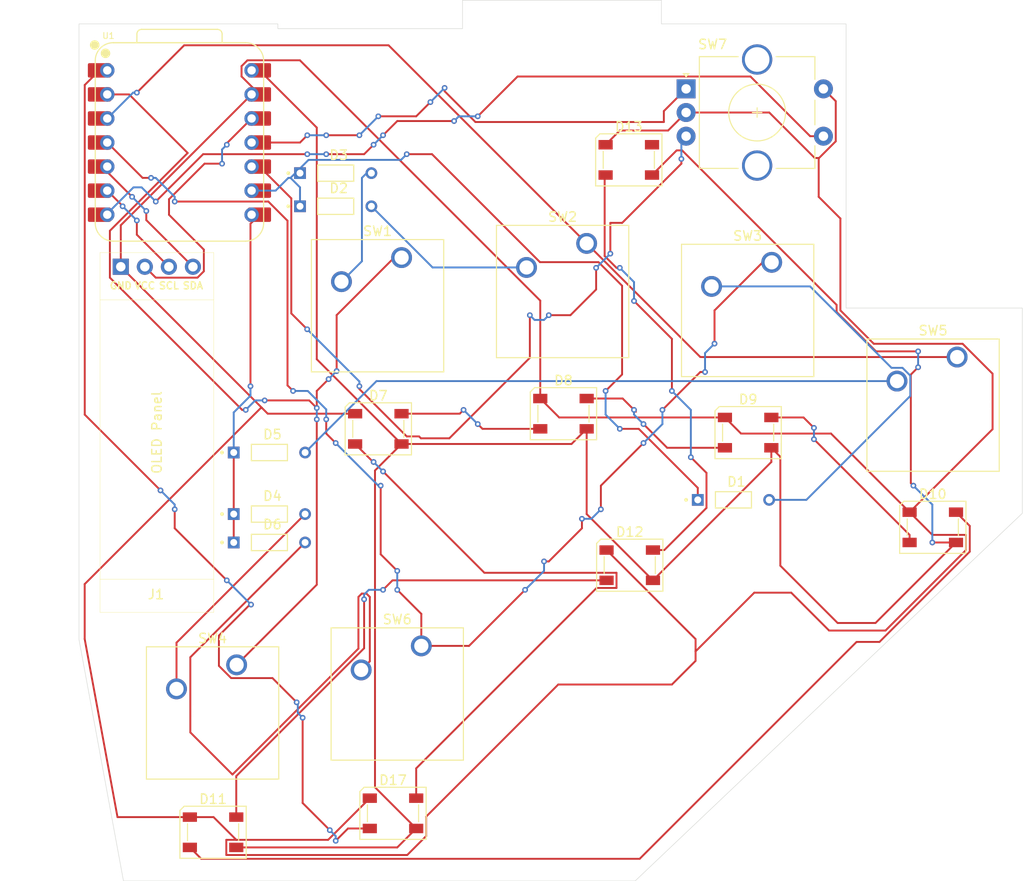
<source format=kicad_pcb>
(kicad_pcb (version 20241229) (generator "pcbnew") (generator_version "9.0")
  (layers (0 "F.Cu" signal) (2 "B.Cu" signal) (13 "F.Paste" user) (15 "B.Paste" user) (5 "F.SilkS" user "F.Silkscreen") (7 "B.SilkS" user "B.Silkscreen") (1 "F.Mask" user) (3 "B.Mask" user) (25 "Edge.Cuts" user))
  (net 0 "")
  (net 1 "Net-(D17-DOUT)")
  (net 2 "+5V")
  (net 3 "Net-(D7-DOUT)")
  (net 4 "GND")
  (net 5 "Net-(D8-DOUT)")
  (net 6 "Net-(D10-DIN)")
  (net 7 "Net-(D10-DOUT)")
  (net 8 "Net-(D17-DIN)")
  (net 9 "Net-(U1-GPIO27{slash}ADC1{slash}A1)")
  (net 10 "Net-(U1-GPIO28{slash}ADC2{slash}A2)")
  (net 11 "Net-(U1-GPIO29{slash}ADC3{slash}A3)")
  (net 12 "Net-(U1-GPIO3{slash}MOSI)")
  (net 13 "Net-(U1-GPIO4{slash}MISO)")
  (net 14 "Net-(U1-GPIO0{slash}TX)")
  (net 15 "+3.3V")
  (net 16 "Net-(J1-Pin_3)")
  (net 17 "Net-(J1-Pin_4)")
  (net 18 "Net-(D1-PadA)")
  (net 19 "Net-(U1-GPIO2{slash}SCK)")
  (net 20 "Net-(D2-PadA)")
  (net 21 "Net-(D3-PadA)")
  (net 22 "Net-(D4-PadA)")
  (net 23 "Net-(U1-GPIO1{slash}RX)")
  (net 24 "Net-(D5-PadA)")
  (net 25 "Net-(D6-PadA)")
  (net 26 "Net-(D11-DOUT)")
  (net 27 "Net-(D12-DOUT)")
  (footprint "OPL:XIAO-RP2040-DIP" (layer "F.Cu") (at 137.5 60.2685)
    (property "Reference" "U1")
    (property "Value" "XIAO-RP2040-DIP")
  )
  (footprint "Button_Switch_Keyboard:SW_Cherry_MX_1.00u_PCB" (layer "F.Cu") (at 200.04 72.92)
    (property "Reference" "SW3")
    (property "Value" "SW_Push")
  )
  (footprint "1N4148:DIOAD753W49L380D172B" (layer "F.Cu") (at 154 67)
    (property "Reference" "D2")
    (property "Value" "1N4148")
  )
  (footprint "LED_SMD:LED_SK6812_PLCC4_5.0x5.0mm_P3.2mm" (layer "F.Cu") (at 141.05 133.1)
    (property "Reference" "D11")
    (property "Value" "SK6812")
  )
  (footprint "1N4148:DIOAD753W49L380D172B" (layer "F.Cu") (at 154 63.5)
    (property "Reference" "D3")
    (property "Value" "1N4148")
  )
  (footprint "LED_SMD:LED_SK6812_PLCC4_5.0x5.0mm_P3.2mm" (layer "F.Cu") (at 184.95 62.1)
    (property "Reference" "D13")
    (property "Value" "SK6812")
  )
  (footprint "LED_SMD:LED_SK6812_PLCC4_5.0x5.0mm_P3.2mm" (layer "F.Cu") (at 185.05 104.9)
    (property "Reference" "D12")
    (property "Value" "SK6812")
  )
  (footprint "LED_SMD:LED_SK6812_PLCC4_5.0x5.0mm_P3.2mm" (layer "F.Cu") (at 197.55 90.9)
    (property "Reference" "D9")
    (property "Value" "SK6812")
  )
  (footprint "Button_Switch_Keyboard:SW_Cherry_MX_1.00u_PCB" (layer "F.Cu") (at 163.04 113.42)
    (property "Reference" "SW6")
    (property "Value" "SW_Push")
  )
  (footprint "Button_Switch_Keyboard:SW_Cherry_MX_1.00u_PCB" (layer "F.Cu") (at 180.5 70.92)
    (property "Reference" "SW2")
    (property "Value" "SW_Push")
  )
  (footprint "LED_SMD:LED_SK6812_PLCC4_5.0x5.0mm_P3.2mm" (layer "F.Cu") (at 158.5 90.5)
    (property "Reference" "D7")
    (property "Value" "SK6812")
  )
  (footprint "KiCad-SSD1306-0.91-OLED-4pin-128x32.pretty-master:SSD1306-0.91-OLED-4pin-128x32" (layer "F.Cu") (at 129.115 109.885 90)
    (property "Reference" "J1")
    (property "Value" "Conn_01x04_Socket")
  )
  (footprint "LED_SMD:LED_SK6812_PLCC4_5.0x5.0mm_P3.2mm" (layer "F.Cu") (at 160.05 131.1)
    (property "Reference" "D17")
    (property "Value" "SK6812")
  )
  (footprint "Button_Switch_Keyboard:SW_Cherry_MX_1.00u_PCB" (layer "F.Cu") (at 143.54 115.42)
    (property "Reference" "SW4")
    (property "Value" "SW_Push")
  )
  (footprint "LED_SMD:LED_SK6812_PLCC4_5.0x5.0mm_P3.2mm" (layer "F.Cu") (at 217.05 100.9)
    (property "Reference" "D10")
    (property "Value" "SK6812")
  )
  (footprint "Rotary Encoder:RotaryEncoder_Alps_EC11E-Switch_Vertical_H20mm_CircularMountingHoles" (layer "F.Cu") (at 191 54.6)
    (property "Reference" "SW7")
    (property "Value" "RotaryEncoder_Switch")
  )
  (footprint "Button_Switch_Keyboard:SW_Cherry_MX_1.00u_PCB" (layer "F.Cu") (at 219.62 82.92)
    (property "Reference" "SW5")
    (property "Value" "SW_Push")
  )
  (footprint "1N4148:DIOAD753W49L380D172B" (layer "F.Cu") (at 196 98)
    (property "Reference" "D1")
    (property "Value" "1N4148")
  )
  (footprint "Button_Switch_Keyboard:SW_Cherry_MX_1.00u_PCB" (layer "F.Cu") (at 160.96 72.42)
    (property "Reference" "SW1")
    (property "Value" "SW_Push")
  )
  (footprint "1N4148:DIOAD753W49L380D172B" (layer "F.Cu") (at 147 93)
    (property "Reference" "D5")
    (property "Value" "1N4148")
  )
  (footprint "1N4148:DIOAD753W49L380D172B" (layer "F.Cu") (at 147 99.5)
    (property "Reference" "D4")
    (property "Value" "1N4148")
  )
  (footprint "1N4148:DIOAD753W49L380D172B" (layer "F.Cu") (at 147 102.5)
    (property "Reference" "D6")
    (property "Value" "1N4148")
  )
  (footprint "LED_SMD:LED_SK6812_PLCC4_5.0x5.0mm_P3.2mm" (layer "F.Cu") (at 178.05 88.9)
    (property "Reference" "D8")
    (property "Value" "SK6812")
  )
  (gr_poly (pts (xy 131.590454 138.243143) (xy 126.893086 112.743143) (xy 126.893086 47.743143) (xy 147.893086 47.743143) (xy 147.893086 48.243143) (xy 167.393086 48.243143) (xy 167.393086 45.243143) (xy 188.393086 45.243143) (xy 188.393086 47.743143) (xy 207.893086 47.743143) (xy 207.893086 77.743143) (xy 226.5 77.743143) (xy 226.5 98.5) (xy 226.5 99.419909) (xy 185.615911 138.243143)) (stroke (width 0.05)) (fill no) (layer "Edge.Cuts"))
  (segment (start 159 95) (end 159.25 95.25) (width 0.2) (layer "F.Cu") (net 1))
  (segment (start 162.5 126.35) (end 181.549 107.301) (width 0.2) (layer "F.Cu") (net 1))
  (segment (start 181.549 107.301) (end 183.651 107.301) (width 0.2) (layer "F.Cu") (net 1))
  (segment (start 183.651 105.699) (end 169.699 105.699) (width 0.2) (layer "F.Cu") (net 1))
  (segment (start 169.699 105.699) (end 159 95) (width 0.2) (layer "F.Cu") (net 1))
  (segment (start 156.05 92.1) (end 157.95 94) (width 0.2) (layer "F.Cu") (net 1))
  (segment (start 183.651 107.301) (end 183.651 105.699) (width 0.2) (layer "F.Cu") (net 1))
  (segment (start 157.95 94) (end 158 94) (width 0.2) (layer "F.Cu") (net 1))
  (segment (start 162.5 129.5) (end 162.5 126.35) (width 0.2) (layer "F.Cu") (net 1))
  (via (at 158 94) (size 0.6) (drill 0.3) (layers "F.Cu" "B.Cu") (net 1))
  (via (at 159 95) (size 0.6) (drill 0.3) (layers "F.Cu" "B.Cu") (net 1))
  (segment (start 158 94) (end 159 95) (width 0.2) (layer "B.Cu") (net 1))
  (segment (start 206.891086 78.158185) (end 211.052901 82.32) (width 0.2) (layer "F.Cu") (net 2))
  (segment (start 206.891086 77.411873) (end 206.891086 78.158185) (width 0.2) (layer "F.Cu") (net 2))
  (segment (start 214.729 96.229) (end 214.729 84.771) (width 0.2) (layer "F.Cu") (net 2))
  (segment (start 214.729 84.771) (end 215.5 84) (width 0.2) (layer "F.Cu") (net 2))
  (segment (start 160.5 134.7) (end 143.5 134.7) (width 0.2) (layer "F.Cu") (net 2))
  (segment (start 215 96.5) (end 214.729 96.229) (width 0.2) (layer "F.Cu") (net 2))
  (segment (start 200 94) (end 187.5 106.5) (width 0.2) (layer "F.Cu") (net 2))
  (segment (start 190.578213 61.099) (end 206.891086 77.411873) (width 0.2) (layer "F.Cu") (net 2))
  (segment (start 158.149 128.349) (end 162.5 132.7) (width 0.2) (layer "F.Cu") (net 2))
  (segment (start 187.5 106.5) (end 180.5 99.5) (width 0.2) (layer "F.Cu") (net 2))
  (segment (start 200.95 93.45) (end 200.95 104.95) (width 0.2) (layer "F.Cu") (net 2))
  (segment (start 187.4 63.7) (end 190.001 61.099) (width 0.2) (layer "F.Cu") (net 2))
  (segment (start 180.5 90.5) (end 178.9 92.1) (width 0.2) (layer "F.Cu") (net 2))
  (segment (start 211.052901 82.32) (end 215.5 82.32) (width 0.2) (layer "F.Cu") (net 2))
  (segment (start 180.5 99.5) (end 180.5 90.5) (width 0.2) (layer "F.Cu") (net 2))
  (segment (start 160.95 92.1) (end 152 83.15) (width 0.2) (layer "F.Cu") (net 2))
  (segment (start 178.9 92.1) (end 160.95 92.1) (width 0.2) (layer "F.Cu") (net 2))
  (segment (start 200.95 104.95) (end 207 111) (width 0.2) (layer "F.Cu") (net 2))
  (segment (start 160.95 92.1) (end 158.149 94.901) (width 0.2) (layer "F.Cu") (net 2))
  (segment (start 162.5 132.7) (end 160.5 134.7) (width 0.2) (layer "F.Cu") (net 2))
  (segment (start 158.149 94.901) (end 158.149 128.349) (width 0.2) (layer "F.Cu") (net 2))
  (segment (start 200 92.5) (end 200.95 93.45) (width 0.2) (layer "F.Cu") (net 2))
  (segment (start 211 111) (end 219.5 102.5) (width 0.2) (layer "F.Cu") (net 2))
  (segment (start 200 92.5) (end 200 94) (width 0.2) (layer "F.Cu") (net 2))
  (segment (start 152 83.15) (end 152 58.6935) (width 0.2) (layer "F.Cu") (net 2))
  (segment (start 190.001 61.099) (end 190.578213 61.099) (width 0.2) (layer "F.Cu") (net 2))
  (segment (start 219.5 102.5) (end 217 102.5) (width 0.2) (layer "F.Cu") (net 2))
  (segment (start 207 111) (end 211 111) (width 0.2) (layer "F.Cu") (net 2))
  (segment (start 152 58.6935) (end 145.955 52.6485) (width 0.2) (layer "F.Cu") (net 2))
  (via (at 215 96.5) (size 0.6) (drill 0.3) (layers "F.Cu" "B.Cu") (net 2))
  (via (at 217 102.5) (size 0.6) (drill 0.3) (layers "F.Cu" "B.Cu") (net 2))
  (via (at 215.5 82.32) (size 0.6) (drill 0.3) (layers "F.Cu" "B.Cu") (net 2))
  (via (at 215.5 84) (size 0.6) (drill 0.3) (layers "F.Cu" "B.Cu") (net 2))
  (segment (start 217 102.5) (end 217 98.5) (width 0.2) (layer "B.Cu") (net 2))
  (segment (start 217 98.5) (end 215 96.5) (width 0.2) (layer "B.Cu") (net 2))
  (segment (start 215.5 82.32) (end 215.5 84) (width 0.2) (layer "B.Cu") (net 2))
  (segment (start 175.6 90.5) (end 169.5 90.5) (width 0.2) (layer "F.Cu") (net 3))
  (segment (start 167.1 88.9) (end 160.95 88.9) (width 0.2) (layer "F.Cu") (net 3))
  (segment (start 169.5 90.5) (end 169 90) (width 0.2) (layer "F.Cu") (net 3))
  (segment (start 167.5 88.5) (end 167.1 88.9) (width 0.2) (layer "F.Cu") (net 3))
  (via (at 169 90) (size 0.6) (drill 0.3) (layers "F.Cu" "B.Cu") (net 3))
  (via (at 167.5 88.5) (size 0.6) (drill 0.3) (layers "F.Cu" "B.Cu") (net 3))
  (segment (start 169 90) (end 167.5 88.5) (width 0.2) (layer "B.Cu") (net 3))
  (segment (start 138.6 131.5) (end 130.959408 131.5) (width 0.2) (layer "F.Cu") (net 4))
  (segment (start 189.5 117.5) (end 177.5 117.5) (width 0.2) (layer "F.Cu") (net 4))
  (segment (start 146.21 88.29) (end 146.82 88.9) (width 0.2) (layer "F.Cu") (net 4))
  (segment (start 184 59) (end 189.1 59) (width 0.2) (layer "F.Cu") (net 4))
  (segment (start 220.200314 81.519) (end 210.819001 81.519) (width 0.2) (layer "F.Cu") (net 4))
  (segment (start 220.551 101.699) (end 216.999 101.699) (width 0.2) (layer "F.Cu") (net 4))
  (segment (start 192 112.7) (end 182.6 103.3) (width 0.2) (layer "F.Cu") (net 4))
  (segment (start 223.361 84.679686) (end 220.200314 81.519) (width 0.2) (layer "F.Cu") (net 4))
  (segment (start 207.292086 68.292086) (end 205 66) (width 0.2) (layer "F.Cu") (net 4))
  (segment (start 163.551 133.501) (end 161.551 135.501) (width 0.2) (layer "F.Cu") (net 4))
  (segment (start 146.82 88.9) (end 156.05 88.9) (width 0.2) (layer "F.Cu") (net 4))
  (segment (start 163.551 131.449) (end 163.551 133.501) (width 0.2) (layer "F.Cu") (net 4))
  (segment (start 206.801 60.138892) (end 206.801 55.901) (width 0.2) (layer "F.Cu") (net 4))
  (segment (start 196.8 91) (end 195.1 89.3) (width 0.2) (layer "F.Cu") (net 4))
  (segment (start 210.819001 81.519) (end 207.292086 77.992085) (width 0.2) (layer "F.Cu") (net 4))
  (segment (start 177.6 89.3) (end 195.1 89.3) (width 0.2) (layer "F.Cu") (net 4))
  (segment (start 212.051 111.801) (end 220.551 103.301) (width 0.2) (layer "F.Cu") (net 4))
  (segment (start 144.057 52.20819) (end 144.67969 51.5855) (width 0.2) (layer "F.Cu") (net 4))
  (segment (start 206.101 111.801) (end 212.051 111.801) (width 0.2) (layer "F.Cu") (net 4))
  (segment (start 131.305 69.0035) (end 131.305 73.385) (width 0.2) (layer "F.Cu") (net 4))
  (segment (start 205.038892 61.901) (end 206.801 60.138892) (width 0.2) (layer "F.Cu") (net 4))
  (segment (start 205 61.901) (end 205.038892 61.901) (width 0.2) (layer "F.Cu") (net 4))
  (segment (start 214.6 99.3) (end 223.361 90.539) (width 0.2) (layer "F.Cu") (net 4))
  (segment (start 131.305 73.385) (end 146.21 88.29) (width 0.2) (layer "F.Cu") (net 4))
  (segment (start 223.361 90.539) (end 223.361 84.679686) (width 0.2) (layer "F.Cu") (net 4))
  (segment (start 150.220684 51.5855) (end 175.6 76.964816) (width 0.2) (layer "F.Cu") (net 4))
  (segment (start 145.12 55.1885) (end 131.305 69.0035) (width 0.2) (layer "F.Cu") (net 4))
  (segment (start 214.6 99.3) (end 206.3 91) (width 0.2) (layer "F.Cu") (net 4))
  (segment (start 192 114) (end 192 112.7) (width 0.2) (layer "F.Cu") (net 4))
  (segment (start 143.5 133.899) (end 153.201 133.899) (width 0.2) (layer "F.Cu") (net 4))
  (segment (start 153.201 133.899) (end 157.6 129.5) (width 0.2) (layer "F.Cu") (net 4))
  (segment (start 206.3 91) (end 196.8 91) (width 0.2) (layer "F.Cu") (net 4))
  (segment (start 192 115) (end 189.5 117.5) (width 0.2) (layer "F.Cu") (net 4))
  (segment (start 192 114) (end 198.2 107.8) (width 0.2) (layer "F.Cu") (net 4))
  (segment (start 175.6 87.3) (end 177.6 89.3) (width 0.2) (layer "F.Cu") (net 4))
  (segment (start 192 115) (end 192 114) (width 0.2) (layer "F.Cu") (net 4))
  (segment (start 204.5839 61.901) (end 205 61.901) (width 0.2) (layer "F.Cu") (net 4))
  (segment (start 146.1015 88.29) (end 146.21 88.29) (width 0.2) (layer "F.Cu") (net 4))
  (segment (start 191 57.1) (end 199.7829 57.1) (width 0.2) (layer "F.Cu") (net 4))
  (segment (start 175.6 76.964816) (end 175.6 87.3) (width 0.2) (layer "F.Cu") (net 4))
  (segment (start 143.5 133.899) (end 141.101 131.5) (width 0.2) (layer "F.Cu") (net 4))
  (segment (start 145.955 55.1885) (end 144.057 53.2905) (width 0.2) (layer "F.Cu") (net 4))
  (segment (start 216.999 101.699) (end 214.6 99.3) (width 0.2) (layer "F.Cu") (net 4))
  (segment (start 199.7829 57.1) (end 204.5839 61.901) (width 0.2) (layer "F.Cu") (net 4))
  (segment (start 220.551 103.301) (end 220.551 101.699) (width 0.2) (layer "F.Cu") (net 4))
  (segment (start 189.1 59) (end 191 57.1) (width 0.2) (layer "F.Cu") (net 4))
  (segment (start 206.801 55.901) (end 205.5 54.6) (width 0.2) (layer "F.Cu") (net 4))
  (segment (start 142.449 135.501) (end 142.449 133.899) (width 0.2) (layer "F.Cu") (net 4))
  (segment (start 130.959408 131.5) (end 127.494086 112.688251) (width 0.2) (layer "F.Cu") (net 4))
  (segment (start 141.101 131.5) (end 138.6 131.5) (width 0.2) (layer "F.Cu") (net 4))
  (segment (start 144.057 53.2905) (end 144.057 52.20819) (width 0.2) (layer "F.Cu") (net 4))
  (segment (start 177.5 117.5) (end 163.551 131.449) (width 0.2) (layer "F.Cu") (net 4))
  (segment (start 198.2 107.8) (end 202.1 107.8) (width 0.2) (layer "F.Cu") (net 4))
  (segment (start 144.67969 51.5855) (end 150.220684 51.5855) (width 0.2) (layer "F.Cu") (net 4))
  (segment (start 161.551 135.501) (end 142.449 135.501) (width 0.2) (layer "F.Cu") (net 4))
  (segment (start 182.5 60.5) (end 184 59) (width 0.2) (layer "F.Cu") (net 4))
  (segment (start 142.449 133.899) (end 143.5 133.899) (width 0.2) (layer "F.Cu") (net 4))
  (segment (start 202.1 107.8) (end 206.101 111.801) (width 0.2) (layer "F.Cu") (net 4))
  (segment (start 127.494086 106.897414) (end 146.1015 88.29) (width 0.2) (layer "F.Cu") (net 4))
  (segment (start 207.292086 77.992085) (end 207.292086 68.292086) (width 0.2) (layer "F.Cu") (net 4))
  (segment (start 127.494086 112.688251) (end 127.494086 106.897414) (width 0.2) (layer "F.Cu") (net 4))
  (segment (start 205 66) (end 205 61.901) (width 0.2) (layer "F.Cu") (net 4))
  (segment (start 195.1 92.5) (end 189 92.5) (width 0.2) (layer "F.Cu") (net 5))
  (segment (start 189 92.5) (end 186.5 90) (width 0.2) (layer "F.Cu") (net 5))
  (segment (start 184.3 87.3) (end 185.5 88.5) (width 0.2) (layer "F.Cu") (net 5))
  (segment (start 180.5 87.3) (end 184.3 87.3) (width 0.2) (layer "F.Cu") (net 5))
  (segment (start 185.5 88.5) (end 185.7 88.7) (width 0.2) (layer "F.Cu") (net 5))
  (via (at 186.5 90) (size 0.6) (drill 0.3) (layers "F.Cu" "B.Cu") (net 5))
  (via (at 185.5 88.5) (size 0.6) (drill 0.3) (layers "F.Cu" "B.Cu") (net 5))
  (segment (start 185.5 89) (end 186.5 90) (width 0.2) (layer "B.Cu") (net 5))
  (segment (start 185.5 88.5) (end 185.5 89) (width 0.2) (layer "B.Cu") (net 5))
  (segment (start 214.6 101.7) (end 204.5 91.6) (width 0.2) (layer "F.Cu") (net 6))
  (segment (start 214.6 102.5) (end 214.6 101.7) (width 0.2) (layer "F.Cu") (net 6))
  (segment (start 203.4 89.3) (end 204.5 90.4) (width 0.2) (layer "F.Cu") (net 6))
  (segment (start 200 89.3) (end 203.4 89.3) (width 0.2) (layer "F.Cu") (net 6))
  (via (at 204.5 91.6) (size 0.6) (drill 0.3) (layers "F.Cu" "B.Cu") (net 6))
  (via (at 204.5 90.4) (size 0.6) (drill 0.3) (layers "F.Cu" "B.Cu") (net 6))
  (segment (start 204.5 91.6) (end 204.5 90.4) (width 0.2) (layer "B.Cu") (net 6))
  (segment (start 211.4191 113) (end 220.952 103.4671) (width 0.2) (layer "F.Cu") (net 7))
  (segment (start 186.098 135.902) (end 209 113) (width 0.2) (layer "F.Cu") (net 7))
  (segment (start 220.952 100.752) (end 219.5 99.3) (width 0.2) (layer "F.Cu") (net 7))
  (segment (start 220.952 103.4671) (end 220.952 100.752) (width 0.2) (layer "F.Cu") (net 7))
  (segment (start 209 113) (end 211.4191 113) (width 0.2) (layer "F.Cu") (net 7))
  (segment (start 219.5 99.3) (end 219.5 99.5) (width 0.2) (layer "F.Cu") (net 7))
  (segment (start 138.6 134.7) (end 139.802 135.902) (width 0.2) (layer "F.Cu") (net 7))
  (segment (start 139.802 135.902) (end 186.098 135.902) (width 0.2) (layer "F.Cu") (net 7))
  (segment (start 150.508608 130.008608) (end 150.508608 121.008608) (width 0.2) (layer "F.Cu") (net 8))
  (segment (start 157.6 132.7) (end 155.3 132.7) (width 0.2) (layer "F.Cu") (net 8))
  (segment (start 127.5 54.1935) (end 129.045 52.6485) (width 0.2) (layer "F.Cu") (net 8))
  (segment (start 145 109) (end 145.058515 109.058515) (width 0.2) (layer "F.Cu") (net 8))
  (segment (start 142.5 106.5) (end 137 101) (width 0.2) (layer "F.Cu") (net 8))
  (segment (start 153.375735 132.875735) (end 150.508608 130.008608) (width 0.2) (layer "F.Cu") (net 8))
  (segment (start 155.3 132.7) (end 154 134) (width 0.2) (layer "F.Cu") (net 8))
  (segment (start 137 101) (end 137 99) (width 0.2) (layer "F.Cu") (net 8))
  (segment (start 149.876528 119.376528) (end 147.321 116.821) (width 0.2) (layer "F.Cu") (net 8))
  (segment (start 147.321 116.821) (end 142.959686 116.821) (width 0.2) (layer "F.Cu") (net 8))
  (segment (start 135.5 97) (end 127.5 89) (width 0.2) (layer "F.Cu") (net 8))
  (segment (start 141.6678 112.3322) (end 145 109) (width 0.2) (layer "F.Cu") (net 8))
  (segment (start 141.6678 115.529114) (end 141.6678 112.3322) (width 0.2) (layer "F.Cu") (net 8))
  (segment (start 142.959686 116.821) (end 141.6678 115.529114) (width 0.2) (layer "F.Cu") (net 8))
  (segment (start 127.5 89) (end 127.5 54.1935) (width 0.2) (layer "F.Cu") (net 8))
  (via (at 149.876528 119.376528) (size 0.6) (drill 0.3) (layers "F.Cu" "B.Cu") (net 8))
  (via (at 142.5 106.5) (size 0.6) (drill 0.3) (layers "F.Cu" "B.Cu") (net 8))
  (via (at 145.058515 109.058515) (size 0.6) (drill 0.3) (layers "F.Cu" "B.Cu") (net 8))
  (via (at 154 134) (size 0.6) (drill 0.3) (layers "F.Cu" "B.Cu") (net 8))
  (via (at 137 99) (size 0.6) (drill 0.3) (layers "F.Cu" "B.Cu") (net 8))
  (via (at 135.5 97) (size 0.6) (drill 0.3) (layers "F.Cu" "B.Cu") (net 8))
  (via (at 153.375735 132.875735) (size 0.6) (drill 0.3) (layers "F.Cu" "B.Cu") (net 8))
  (via (at 150.508608 121.008608) (size 0.6) (drill 0.3) (layers "F.Cu" "B.Cu") (net 8))
  (segment (start 150 120.5) (end 150 119.5) (width 0.2) (layer "B.Cu") (net 8))
  (segment (start 137 98.5) (end 135.5 97) (width 0.2) (layer "B.Cu") (net 8))
  (segment (start 150.508608 121.008608) (end 150 120.5) (width 0.2) (layer "B.Cu") (net 8))
  (segment (start 137 99) (end 137 98.5) (width 0.2) (layer "B.Cu") (net 8))
  (segment (start 154 134) (end 154 133.5) (width 0.2) (layer "B.Cu") (net 8))
  (segment (start 154 133.5) (end 153.375735 132.875735) (width 0.2) (layer "B.Cu") (net 8))
  (segment (start 145.058515 109.058515) (end 142.5 106.5) (width 0.2) (layer "B.Cu") (net 8))
  (segment (start 150 119.5) (end 149.876528 119.376528) (width 0.2) (layer "B.Cu") (net 8))
  (segment (start 153.250735 85.249265) (end 152 86.5) (width 0.2) (layer "F.Cu") (net 9))
  (segment (start 154.099265 78.495919) (end 160.175184 72.42) (width 0.2) (layer "F.Cu") (net 9))
  (segment (start 129.88 55.1885) (end 132.1885 55.1885) (width 0.2) (layer "F.Cu") (net 9))
  (segment (start 152 106.96) (end 152 89.5) (width 0.2) (layer "F.Cu") (net 9))
  (segment (start 138.3707 61.3707) (end 130.154 69.5874) (width 0.2) (layer "F.Cu") (net 9))
  (segment (start 130.154 69.5874) (end 130.154 74.536) (width 0.2) (layer "F.Cu") (net 9))
  (segment (start 130.154 74.536) (end 144.118 88.5) (width 0.2) (layer "F.Cu") (net 9))
  (segment (start 146.5 87.5) (end 151.2 87.5) (width 0.2) (layer "F.Cu") (net 9))
  (segment (start 154.099265 84.400735) (end 154.099265 78.495919) (width 0.2) (layer "F.Cu") (net 9))
  (segment (start 160.175184 72.42) (end 160.96 72.42) (width 0.2) (layer "F.Cu") (net 9))
  (segment (start 152 86.5) (end 152 88.3) (width 0.2) (layer "F.Cu") (net 9))
  (segment (start 132.1885 55.1885) (end 138.3707 61.3707) (width 0.2) (layer "F.Cu") (net 9))
  (segment (start 144.118 88.5) (end 144.5 88.5) (width 0.2) (layer "F.Cu") (net 9))
  (segment (start 151.2 87.5) (end 152 88.3) (width 0.2) (layer "F.Cu") (net 9))
  (segment (start 143.54 115.42) (end 152 106.96) (width 0.2) (layer "F.Cu") (net 9))
  (via (at 152 88.3) (size 0.6) (drill 0.3) (layers "F.Cu" "B.Cu") (net 9))
  (via (at 144.5 88.5) (size 0.6) (drill 0.3) (layers "F.Cu" "B.Cu") (net 9))
  (via (at 154.099265 84.400735) (size 0.6) (drill 0.3) (layers "F.Cu" "B.Cu") (net 9))
  (via (at 152 89.5) (size 0.6) (drill 0.3) (layers "F.Cu" "B.Cu") (net 9))
  (via (at 153.250735 85.249265) (size 0.6) (drill 0.3) (layers "F.Cu" "B.Cu") (net 9))
  (via (at 146.5 87.5) (size 0.6) (drill 0.3) (layers "F.Cu" "B.Cu") (net 9))
  (segment (start 144.5 88.5) (end 145.5 87.5) (width 0.2) (layer "B.Cu") (net 9))
  (segment (start 153.250735 85.249265) (end 154.099265 84.400735) (width 0.2) (layer "B.Cu") (net 9))
  (segment (start 145.5 87.5) (end 146.5 87.5) (width 0.2) (layer "B.Cu") (net 9))
  (segment (start 152 89.5) (end 152 88.3) (width 0.2) (layer "B.Cu") (net 9))
  (segment (start 129.7715 57.7285) (end 129.5 58) (width 0.2) (layer "F.Cu") (net 10))
  (segment (start 192.5 82.92) (end 180.5 70.92) (width 0.2) (layer "F.Cu") (net 10))
  (segment (start 159.58 50) (end 180.5 70.92) (width 0.2) (layer "F.Cu") (net 10))
  (segment (start 133 55) (end 138 50) (width 0.2) (layer "F.Cu") (net 10))
  (segment (start 219.62 82.92) (end 192.5 82.92) (width 0.2) (layer "F.Cu") (net 10))
  (segment (start 138 50) (end 159.58 50) (width 0.2) (layer "F.Cu") (net 10))
  (segment (start 129.88 57.7285) (end 129.7715 57.7285) (width 0.2) (layer "F.Cu") (net 10))
  (via (at 133 55) (size 0.6) (drill 0.3) (layers "F.Cu" "B.Cu") (net 10))
  (segment (start 129.88 57.7285) (end 132.6085 55) (width 0.2) (layer "B.Cu") (net 10))
  (segment (start 132.6085 55) (end 133 55) (width 0.2) (layer "B.Cu") (net 10))
  (segment (start 163.04 113.42) (end 163.04 110.04) (width 0.2) (layer "F.Cu") (net 11))
  (segment (start 148.9105 85.9105) (end 149.5 86.5) (width 0.2) (layer "F.Cu") (net 11))
  (segment (start 188.5 88.5) (end 192.5 84.5) (width 0.2) (layer "F.Cu") (net 11))
  (segment (start 146.885126 66.5) (end 148.9105 68.525374) (width 0.2) (layer "F.Cu") (net 11))
  (segment (start 192.5 84.5) (end 193 84.5) (width 0.2) (layer "F.Cu") (net 11))
  (segment (start 153 91) (end 154 92) (width 0.2) (layer "F.Cu") (net 11))
  (segment (start 180 101) (end 180 100) (width 0.2) (layer "F.Cu") (net 11))
  (segment (start 163.04 110.04) (end 160.5 107.5) (width 0.2) (layer "F.Cu") (net 11))
  (segment (start 194 78) (end 199.08 72.92) (width 0.2) (layer "F.Cu") (net 11))
  (segment (start 199.08 72.92) (end 200.04 72.92) (width 0.2) (layer "F.Cu") (net 11))
  (segment (start 158.749 96.5) (end 158.749 103.749) (width 0.2) (layer "F.Cu") (net 11))
  (segment (start 176 104.5) (end 176.5 104.5) (width 0.2) (layer "F.Cu") (net 11))
  (segment (start 137 66.5) (end 146.885126 66.5) (width 0.2) (layer "F.Cu") (net 11))
  (segment (start 148.9105 68.525374) (end 148.9105 85.9105) (width 0.2) (layer "F.Cu") (net 11))
  (segment (start 182 96.5) (end 186.5 92) (width 0.2) (layer "F.Cu") (net 11))
  (segment (start 176.5 104.5) (end 180 101) (width 0.2) (layer "F.Cu") (net 11))
  (segment (start 153 89.5) (end 153 91) (width 0.2) (layer "F.Cu") (net 11))
  (segment (start 168.08 113.42) (end 174 107.5) (width 0.2) (layer "F.Cu") (net 11))
  (segment (start 163.04 113.42) (end 168.08 113.42) (width 0.2) (layer "F.Cu") (net 11))
  (segment (start 182 99) (end 182 96.5) (width 0.2) (layer "F.Cu") (net 11))
  (segment (start 129.88 60.2685) (end 133.6115 64) (width 0.2) (layer "F.Cu") (net 11))
  (segment (start 194 81.5) (end 194 78) (width 0.2) (layer "F.Cu") (net 11))
  (segment (start 158.749 103.749) (end 160.5 105.5) (width 0.2) (layer "F.Cu") (net 11))
  (segment (start 133.6115 64) (end 134.5 64) (width 0.2) (layer "F.Cu") (net 11))
  (via (at 174 107.5) (size 0.6) (drill 0.3) (layers "F.Cu" "B.Cu") (net 11))
  (via (at 160.5 107.5) (size 0.6) (drill 0.3) (layers "F.Cu" "B.Cu") (net 11))
  (via (at 180 100) (size 0.6) (drill 0.3) (layers "F.Cu" "B.Cu") (net 11))
  (via (at 188.5 88.5) (size 0.6) (drill 0.3) (layers "F.Cu" "B.Cu") (net 11))
  (via (at 160.5 105.5) (size 0.6) (drill 0.3) (layers "F.Cu" "B.Cu") (net 11))
  (via (at 154 92) (size 0.6) (drill 0.3) (layers "F.Cu" "B.Cu") (net 11))
  (via (at 137 66.5) (size 0.6) (drill 0.3) (layers "F.Cu" "B.Cu") (net 11))
  (via (at 186.5 92) (size 0.6) (drill 0.3) (layers "F.Cu" "B.Cu") (net 11))
  (via (at 149.5 86.5) (size 0.6) (drill 0.3) (layers "F.Cu" "B.Cu") (net 11))
  (via (at 176 104.5) (size 0.6) (drill 0.3) (layers "F.Cu" "B.Cu") (net 11))
  (via (at 193 84.5) (size 0.6) (drill 0.3) (layers "F.Cu" "B.Cu") (net 11))
  (via (at 134.5 64) (size 0.6) (drill 0.3) (layers "F.Cu" "B.Cu") (net 11))
  (via (at 194 81.5) (size 0.6) (drill 0.3) (layers "F.Cu" "B.Cu") (net 11))
  (via (at 158.749 96.5) (size 0.6) (drill 0.3) (layers "F.Cu" "B.Cu") (net 11))
  (via (at 153 89.5) (size 0.6) (drill 0.3) (layers "F.Cu" "B.Cu") (net 11))
  (via (at 182 99) (size 0.6) (drill 0.3) (layers "F.Cu" "B.Cu") (net 11))
  (segment (start 134.5 64) (end 135 64) (width 0.2) (layer "B.Cu") (net 11))
  (segment (start 188 90.5) (end 188.5 90) (width 0.2) (layer "B.Cu") (net 11))
  (segment (start 153 88.450057) (end 153 89.5) (width 0.2) (layer "B.Cu") (net 11))
  (segment (start 137 66) (end 137 66.5) (width 0.2) (layer "B.Cu") (net 11))
  (segment (start 154 92) (end 158.5 96.5) (width 0.2) (layer "B.Cu") (net 11))
  (segment (start 149.5 86.5) (end 151.049943 86.5) (width 0.2) (layer "B.Cu") (net 11))
  (segment (start 135 64) (end 137 66) (width 0.2) (layer "B.Cu") (net 11))
  (segment (start 158.5 96.5) (end 158.749 96.5) (width 0.2) (layer "B.Cu") (net 11))
  (segment (start 181 100) (end 182 99) (width 0.2) (layer "B.Cu") (net 11))
  (segment (start 188.5 90) (end 188.5 88.5) (width 0.2) (layer "B.Cu") (net 11))
  (segment (start 186.5 92) (end 188 90.5) (width 0.2) (layer "B.Cu") (net 11))
  (segment (start 151.049943 86.5) (end 153 88.450057) (width 0.2) (layer "B.Cu") (net 11))
  (segment (start 193 84.5) (end 193 82.5) (width 0.2) (layer "B.Cu") (net 11))
  (segment (start 160.5 105.5) (end 160.5 107.5) (width 0.2) (layer "B.Cu") (net 11))
  (segment (start 193 82.5) (end 194 81.5) (width 0.2) (layer "B.Cu") (net 11))
  (segment (start 180 100) (end 181 100) (width 0.2) (layer "B.Cu") (net 11))
  (segment (start 176 105.5) (end 176 104.5) (width 0.2) (layer "B.Cu") (net 11))
  (segment (start 174 107.5) (end 176 105.5) (width 0.2) (layer "B.Cu") (net 11))
  (segment (start 168.751057 58.101) (end 188.649 58.101) (width 0.2) (layer "F.Cu") (net 12))
  (segment (start 162.5 57.5) (end 164 56) (width 0.2) (layer "F.Cu") (net 12))
  (segment (start 165.5 54.5) (end 165.5 54.849943) (width 0.2) (layer "F.Cu") (net 12))
  (segment (start 150.2315 60.2685) (end 151 59.5) (width 0.2) (layer "F.Cu") (net 12))
  (segment (start 188.649 56.951) (end 188.649 58.101) (width 0.2) (layer "F.Cu") (net 12))
  (segment (start 158.5 57.5) (end 162.5 57.5) (width 0.2) (layer "F.Cu") (net 12))
  (segment (start 153 59.5) (end 156.5 59.5) (width 0.2) (layer "F.Cu") (net 12))
  (segment (start 145.12 60.2685) (end 150.2315 60.2685) (width 0.2) (layer "F.Cu") (net 12))
  (segment (start 191 54.6) (end 188.649 56.951) (width 0.2) (layer "F.Cu") (net 12))
  (segment (start 165.5 54.849943) (end 168.751057 58.101) (width 0.2) (layer "F.Cu") (net 12))
  (via (at 153 59.5) (size 0.6) (drill 0.3) (layers "F.Cu" "B.Cu") (net 12))
  (via (at 165.5 54.5) (size 0.6) (drill 0.3) (layers "F.Cu" "B.Cu") (net 12))
  (via (at 156.5 59.5) (size 0.6) (drill 0.3) (layers "F.Cu" "B.Cu") (net 12))
  (via (at 151 59.5) (size 0.6) (drill 0.3) (layers "F.Cu" "B.Cu") (net 12))
  (via (at 158.5 57.5) (size 0.6) (drill 0.3) (layers "F.Cu" "B.Cu") (net 12))
  (via (at 164 56) (size 0.6) (drill 0.3) (layers "F.Cu" "B.Cu") (net 12))
  (segment (start 151 59.5) (end 153 59.5) (width 0.2) (layer "B.Cu") (net 12))
  (segment (start 156.5 59.5) (end 158.5 57.5) (width 0.2) (layer "B.Cu") (net 12))
  (segment (start 164 56) (end 165.5 54.5) (width 0.2) (layer "B.Cu") (net 12))
  (segment (start 161.497 91.299) (end 162.799 91.299) (width 0.2) (layer "F.Cu") (net 13))
  (segment (start 178.784816 78.5) (end 181.5 75.784816) (width 0.2) (layer "F.Cu") (net 13))
  (segment (start 166 91.5) (end 174.5 83) (width 0.2) (layer "F.Cu") (net 13))
  (segment (start 151 80) (end 150.987434 79.987434) (width 0.2) (layer "F.Cu") (net 13))
  (segment (start 190.5 62) (end 190.5 62.5) (width 0.2) (layer "F.Cu") (net 13))
  (segment (start 156.5 86) (end 156.5 86.302) (width 0.2) (layer "F.Cu") (net 13))
  (segment (start 145.955 62.8085) (end 149.3115 66.165) (width 0.2) (layer "F.Cu") (net 13))
  (segment (start 184.25 68.75) (end 183 68.75) (width 0.2) (layer "F.Cu") (net 13))
  (segment (start 183 72) (end 183 68.75) (width 0.2) (layer "F.Cu") (net 13))
  (segment (start 176.5 78.5) (end 178.784816 78.5) (width 0.2) (layer "F.Cu") (net 13))
  (segment (start 156.5 86.302) (end 161.497 91.299) (width 0.2) (layer "F.Cu") (net 13))
  (segment (start 174.5 83) (end 174.5 78.5) (width 0.2) (layer "F.Cu") (net 13))
  (segment (start 149.3115 78.3115) (end 150.987434 79.987434) (width 0.2) (layer "F.Cu") (net 13))
  (segment (start 163 91.5) (end 166 91.5) (width 0.2) (layer "F.Cu") (net 13))
  (segment (start 162.799 91.299) (end 163 91.5) (width 0.2) (layer "F.Cu") (net 13))
  (segment (start 190.5 62.5) (end 184.25 68.75) (width 0.2) (layer "F.Cu") (net 13))
  (segment (start 149.3115 66.165) (end 149.3115 78.3115) (width 0.2) (layer "F.Cu") (net 13))
  (segment (start 181.5 75.784816) (end 181.5 73.5) (width 0.2) (layer "F.Cu") (net 13))
  (segment (start 190.5 61.75) (end 190.5 62) (width 0.2) (layer "F.Cu") (net 13))
  (via (at 156.5 86) (size 0.6) (drill 0.3) (layers "F.Cu" "B.Cu") (net 13))
  (via (at 176.5 78.5) (size 0.6) (drill 0.3) (layers "F.Cu" "B.Cu") (net 13))
  (via (at 150.987434 79.987434) (size 0.6) (drill 0.3) (layers "F.Cu" "B.Cu") (net 13))
  (via (at 183 72) (size 0.6) (drill 0.3) (layers "F.Cu" "B.Cu") (net 13))
  (via (at 190.5 62) (size 0.6) (drill 0.3) (layers "F.Cu" "B.Cu") (net 13))
  (via (at 181.5 73.5) (size 0.6) (drill 0.3) (layers "F.Cu" "B.Cu") (net 13))
  (via (at 174.5 78.5) (size 0.6) (drill 0.3) (layers "F.Cu" "B.Cu") (net 13))
  (segment (start 175 79) (end 176 79) (width 0.2) (layer "B.Cu") (net 13))
  (segment (start 156.5 85.5) (end 156.5 86) (width 0.2) (layer "B.Cu") (net 13))
  (segment (start 190.5 60.1) (end 191 59.6) (width 0.2) (layer "B.Cu") (net 13))
  (segment (start 176 79) (end 176.5 78.5) (width 0.2) (layer "B.Cu") (net 13))
  (segment (start 190.5 62) (end 190.5 60.1) (width 0.2) (layer "B.Cu") (net 13))
  (segment (start 181.5 73.5) (end 183 72) (width 0.2) (layer "B.Cu") (net 13))
  (segment (start 150.987434 79.987434) (end 156.5 85.5) (width 0.2) (layer "B.Cu") (net 13))
  (segment (start 174.5 78.5) (end 175 79) (width 0.2) (layer "B.Cu") (net 13))
  (segment (start 197.799 53.299) (end 204.1 59.6) (width 0.2) (layer "F.Cu") (net 14))
  (segment (start 140 61.5) (end 151 61.5) (width 0.2) (layer "F.Cu") (net 14))
  (segment (start 135 66.5) (end 140 61.5) (width 0.2) (layer "F.Cu") (net 14))
  (segment (start 159 59.5) (end 160.5 58) (width 0.2) (layer "F.Cu") (net 14))
  (segment (start 129.88 67.8885) (end 129.045 67.8885) (width 0.2) (layer "F.Cu") (net 14))
  (segment (start 173.201 53.299) (end 197.799 53.299) (width 0.2) (layer "F.Cu") (net 14))
  (segment (start 153 61.5) (end 157 61.5) (width 0.2) (layer "F.Cu") (net 14))
  (segment (start 160.5 58) (end 166.5 58) (width 0.2) (layer "F.Cu") (net 14))
  (segment (start 204.1 59.6) (end 205.5 59.6) (width 0.2) (layer "F.Cu") (net 14))
  (segment (start 157 61.5) (end 158 60.5) (width 0.2) (layer "F.Cu") (net 14))
  (segment (start 169 57.5) (end 173.201 53.299) (width 0.2) (layer "F.Cu") (net 14))
  (via (at 169 57.5) (size 0.6) (drill 0.3) (layers "F.Cu" "B.Cu") (net 14))
  (via (at 159 59.5) (size 0.6) (drill 0.3) (layers "F.Cu" "B.Cu") (net 14))
  (via (at 166.5 58) (size 0.6) (drill 0.3) (layers "F.Cu" "B.Cu") (net 14))
  (via (at 151 61.5) (size 0.6) (drill 0.3) (layers "F.Cu" "B.Cu") (net 14))
  (via (at 158 60.5) (size 0.6) (drill 0.3) (layers "F.Cu" "B.Cu") (net 14))
  (via (at 153 61.5) (size 0.6) (drill 0.3) (layers "F.Cu" "B.Cu") (net 14))
  (via (at 135 66.5) (size 0.6) (drill 0.3) (layers "F.Cu" "B.Cu") (net 14))
  (segment (start 158 60.5) (end 159 59.5) (width 0.2) (layer "B.Cu") (net 14))
  (segment (start 151 61.5) (end 153 61.5) (width 0.2) (layer "B.Cu") (net 14))
  (segment (start 166.5 58) (end 167 57.5) (width 0.2) (layer "B.Cu") (net 14))
  (segment (start 167 57.5) (end 169 57.5) (width 0.2) (layer "B.Cu") (net 14))
  (segment (start 129.88 67.770057) (end 132.650057 65) (width 0.2) (layer "B.Cu") (net 14))
  (segment (start 132.650057 65) (end 133.5 65) (width 0.2) (layer "B.Cu") (net 14))
  (segment (start 133.5 65) (end 135 66.5) (width 0.2) (layer "B.Cu") (net 14))
  (segment (start 129.88 67.8885) (end 129.88 67.770057) (width 0.2) (layer "B.Cu") (net 14))
  (segment (start 139.40176 74.536) (end 140.076 73.86176) (width 0.2) (layer "F.Cu") (net 15))
  (segment (start 140.076 73.86176) (end 140.076 71.576) (width 0.2) (layer "F.Cu") (net 15))
  (segment (start 134.996 74.536) (end 139.40176 74.536) (width 0.2) (layer "F.Cu") (net 15))
  (segment (start 142.5 60.3485) (end 145.12 57.7285) (width 0.2) (layer "F.Cu") (net 15))
  (segment (start 136.399 67.899) (end 136.399 66.251057) (width 0.2) (layer "F.Cu") (net 15))
  (segment (start 140.076 71.576) (end 136.399 67.899) (width 0.2) (layer "F.Cu") (net 15))
  (segment (start 140.150057 62.5) (end 142 62.5) (width 0.2) (layer "F.Cu") (net 15))
  (segment (start 136.399 66.251057) (end 140.150057 62.5) (width 0.2) (layer "F.Cu") (net 15))
  (segment (start 133.845 73.385) (end 134.996 74.536) (width 0.2) (layer "F.Cu") (net 15))
  (segment (start 142.5 60.5) (end 142.5 60.3485) (width 0.2) (layer "F.Cu") (net 15))
  (via (at 142.5 60.5) (size 0.6) (drill 0.3) (layers "F.Cu" "B.Cu") (net 15))
  (via (at 142 62.5) (size 0.6) (drill 0.3) (layers "F.Cu" "B.Cu") (net 15))
  (segment (start 142.5 60.5) (end 142.6 60.6) (width 0.2) (layer "B.Cu") (net 15))
  (segment (start 142 62.5) (end 142 61) (width 0.2) (layer "B.Cu") (net 15))
  (segment (start 142 61) (end 142.5 60.5) (width 0.2) (layer "B.Cu") (net 15))
  (segment (start 133 70) (end 133 68.5) (width 0.2) (layer "F.Cu") (net 16))
  (segment (start 131.5 67) (end 131.5 66.9685) (width 0.2) (layer "F.Cu") (net 16))
  (segment (start 131.5 66.9685) (end 129.88 65.3485) (width 0.2) (layer "F.Cu") (net 16))
  (segment (start 136.385 73.385) (end 133 70) (width 0.2) (layer "F.Cu") (net 16))
  (via (at 131.5 67) (size 0.6) (drill 0.3) (layers "F.Cu" "B.Cu") (net 16))
  (via (at 133 68.5) (size 0.6) (drill 0.3) (layers "F.Cu" "B.Cu") (net 16))
  (segment (start 133 68.5) (end 131.5 67) (width 0.2) (layer "B.Cu") (net 16))
  (segment (start 134 68.46) (end 134 67.5) (width 0.2) (layer "F.Cu") (net 17))
  (segment (start 129.88 63.38) (end 132.5 66) (width 0.2) (layer "F.Cu") (net 17))
  (segment (start 129.88 62.8085) (end 129.88 63.38) (width 0.2) (layer "F.Cu") (net 17))
  (segment (start 138.925 73.385) (end 134 68.46) (width 0.2) (layer "F.Cu") (net 17))
  (via (at 134 67.5) (size 0.6) (drill 0.3) (layers "F.Cu" "B.Cu") (net 17))
  (via (at 132.5 66) (size 0.6) (drill 0.3) (layers "F.Cu" "B.Cu") (net 17))
  (segment (start 132.5 66) (end 134 67.5) (width 0.2) (layer "B.Cu") (net 17))
  (segment (start 204.090686 75.46) (end 212.689686 84.059) (width 0.2) (layer "B.Cu") (net 18))
  (segment (start 203.69847 98) (end 199.7685 98) (width 0.2) (layer "B.Cu") (net 18))
  (segment (start 212.689686 84.059) (end 213.850314 84.059) (width 0.2) (layer "B.Cu") (net 18))
  (segment (start 214.671 87.02747) (end 203.69847 98) (width 0.2) (layer "B.Cu") (net 18))
  (segment (start 214.671 84.879686) (end 214.671 87.02747) (width 0.2) (layer "B.Cu") (net 18))
  (segment (start 213.850314 84.059) (end 214.671 84.879686) (width 0.2) (layer "B.Cu") (net 18))
  (segment (start 193.69 75.46) (end 204.090686 75.46) (width 0.2) (layer "B.Cu") (net 18))
  (segment (start 192.2315 98) (end 192.2315 96.7315) (width 0.2) (layer "F.Cu") (net 19))
  (segment (start 181.748943 72.899) (end 175.570314 72.899) (width 0.2) (layer "F.Cu") (net 19))
  (segment (start 186 90.5) (end 184 90.5) (width 0.2) (layer "F.Cu") (net 19))
  (segment (start 175.570314 72.899) (end 164.171314 61.5) (width 0.2) (layer "F.Cu") (net 19))
  (segment (start 184.241 84.759) (end 184.241 75.391057) (width 0.2) (layer "F.Cu") (net 19))
  (segment (start 192.2315 96.7315) (end 186 90.5) (width 0.2) (layer "F.Cu") (net 19))
  (segment (start 182.5 86.5) (end 184.241 84.759) (width 0.2) (layer "F.Cu") (net 19))
  (segment (start 184.241 75.391057) (end 181.748943 72.899) (width 0.2) (layer "F.Cu") (net 19))
  (segment (start 164.171314 61.5) (end 161.5 61.5) (width 0.2) (layer "F.Cu") (net 19))
  (via (at 184 90.5) (size 0.6) (drill 0.3) (layers "F.Cu" "B.Cu") (net 19))
  (via (at 161.5 61.5) (size 0.6) (drill 0.3) (layers "F.Cu" "B.Cu") (net 19))
  (via (at 182.5 86.5) (size 0.6) (drill 0.3) (layers "F.Cu" "B.Cu") (net 19))
  (segment (start 182.5 89) (end 182.5 86.5) (width 0.2) (layer "B.Cu") (net 19))
  (segment (start 151.1305 62.101) (end 149.2315 64) (width 0.2) (layer "B.Cu") (net 19))
  (segment (start 147.6515 65.3485) (end 145.12 65.3485) (width 0.2) (layer "B.Cu") (net 19))
  (segment (start 184 90.5) (end 182.5 89) (width 0.2) (layer "B.Cu") (net 19))
  (segment (start 149 64) (end 147.6515 65.3485) (width 0.2) (layer "B.Cu") (net 19))
  (segment (start 150.2315 67) (end 150.2315 65) (width 0.2) (layer "B.Cu") (net 19))
  (segment (start 161.5 61.5) (end 160.899 62.101) (width 0.2) (layer "B.Cu") (net 19))
  (segment (start 149.2315 64) (end 149 64) (width 0.2) (layer "B.Cu") (net 19))
  (segment (start 160.899 62.101) (end 151.1305 62.101) (width 0.2) (layer "B.Cu") (net 19))
  (segment (start 150.2315 65) (end 149.2315 64) (width 0.2) (layer "B.Cu") (net 19))
  (segment (start 174.15 73.46) (end 164.2285 73.46) (width 0.2) (layer "B.Cu") (net 20))
  (segment (start 164.2285 73.46) (end 157.7685 67) (width 0.2) (layer "B.Cu") (net 20))
  (segment (start 156.7685 72.8015) (end 154.61 74.96) (width 0.2) (layer "B.Cu") (net 21))
  (segment (start 156.7685 64) (end 156.7685 72.8015) (width 0.2) (layer "B.Cu") (net 21))
  (segment (start 157.2685 63.5) (end 156.7685 64) (width 0.2) (layer "B.Cu") (net 21))
  (segment (start 157.7685 63.5) (end 157.2685 63.5) (width 0.2) (layer "B.Cu") (net 21))
  (segment (start 137.19 113.0785) (end 137.19 117.96) (width 0.2) (layer "F.Cu") (net 22))
  (segment (start 150.7685 99.5) (end 137.19 113.0785) (width 0.2) (layer "F.Cu") (net 22))
  (segment (start 145 68.8435) (end 145 86) (width 0.2) (layer "F.Cu") (net 23))
  (segment (start 143.2315 93) (end 143.2315 102.5) (width 0.2) (layer "F.Cu") (net 23))
  (segment (start 145.955 67.8885) (end 145 68.8435) (width 0.2) (layer "F.Cu") (net 23))
  (via (at 145 86) (size 0.6) (drill 0.3) (layers "F.Cu" "B.Cu") (net 23))
  (segment (start 145 86) (end 145 87) (width 0.2) (layer "B.Cu") (net 23))
  (segment (start 143.2315 88.7685) (end 143.2315 93) (width 0.2) (layer "B.Cu") (net 23))
  (segment (start 145 87) (end 143.2315 88.7685) (width 0.2) (layer "B.Cu") (net 23))
  (segment (start 150.7685 93.2685) (end 151 93.5) (width 0.2) (layer "B.Cu") (net 24))
  (segment (start 150.7685 93.2685) (end 150.7685 93) (width 0.2) (layer "B.Cu") (net 24))
  (segment (start 150.7685 93) (end 158.3085 85.46) (width 0.2) (layer "B.Cu") (net 24))
  (segment (start 158.3085 85.46) (end 213.27 85.46) (width 0.2) (layer "B.Cu") (net 24))
  (segment (start 156.399 108.251057) (end 156.751057 107.899) (width 0.2) (layer "F.Cu") (net 25))
  (segment (start 156.751057 107.899) (end 157.248943 107.899) (width 0.2) (layer "F.Cu") (net 25))
  (segment (start 150.7685 102.5) (end 138.649 114.6195) (width 0.2) (layer "F.Cu") (net 25))
  (segment (start 138.649 122.552586) (end 143.099 127.002586) (width 0.2) (layer "F.Cu") (net 25))
  (segment (start 138.649 114.6195) (end 138.649 122.552586) (width 0.2) (layer "F.Cu") (net 25))
  (segment (start 157.248943 107.899) (end 157.601 108.251057) (width 0.2) (layer "F.Cu") (net 25))
  (segment (start 157.601 108.251057) (end 157.601 115.049) (width 0.2) (layer "F.Cu") (net 25))
  (segment (start 143.099 127.002586) (end 156.399 113.702586) (width 0.2) (layer "F.Cu") (net 25))
  (segment (start 157.601 115.049) (end 156.69 115.96) (width 0.2) (layer "F.Cu") (net 25))
  (segment (start 156.399 113.702586) (end 156.399 108.251057) (width 0.2) (layer "F.Cu") (net 25))
  (segment (start 143.5 127.168686) (end 157 113.668686) (width 0.2) (layer "F.Cu") (net 26))
  (segment (start 182.6 106.5) (end 160 106.5) (width 0.2) (layer "F.Cu") (net 26))
  (segment (start 143.5 131.5) (end 143.5 127.168686) (width 0.2) (layer "F.Cu") (net 26))
  (segment (start 160 106.5) (end 159 107.5) (width 0.2) (layer "F.Cu") (net 26))
  (segment (start 157 113.668686) (end 157 108.5) (width 0.2) (layer "F.Cu") (net 26))
  (via (at 159 107.5) (size 0.6) (drill 0.3) (layers "F.Cu" "B.Cu") (net 26))
  (via (at 157 108.5) (size 0.6) (drill 0.3) (layers "F.Cu" "B.Cu") (net 26))
  (segment (start 157.5 107.5) (end 157 108) (width 0.2) (layer "B.Cu") (net 26))
  (segment (start 157 108) (end 157 108.5) (width 0.2) (layer "B.Cu") (net 26))
  (segment (start 159 107.5) (end 157.5 107.5) (width 0.2) (layer "B.Cu") (net 26))
  (segment (start 188.7 103.3) (end 193.1515 98.8485) (width 0.2) (layer "F.Cu") (net 27))
  (segment (start 187.5 103.3) (end 188.7 103.3) (width 0.2) (layer "F.Cu") (net 27))
  (segment (start 182.399 72.248943) (end 182.399 63.801) (width 0.2) (layer "F.Cu") (net 27))
  (segment (start 193.1515 98.8485) (end 193.1515 95.1515) (width 0.2) (layer "F.Cu") (net 27))
  (segment (start 182.399 63.801) (end 182.5 63.7) (width 0.2) (layer "F.Cu") (net 27))
  (segment (start 184 73.5) (end 183.650057 73.5) (width 0.2) (layer "F.Cu") (net 27))
  (segment (start 183.650057 73.5) (end 182.399 72.248943) (width 0.2) (layer "F.Cu") (net 27))
  (segment (start 193.1515 95.1515) (end 191.5 93.5) (width 0.2) (layer "F.Cu") (net 27))
  (segment (start 189.5 86.5) (end 189.5 81) (width 0.2) (layer "F.Cu") (net 27))
  (segment (start 189.5 81) (end 185.5 77) (width 0.2) (layer "F.Cu") (net 27))
  (via (at 185.5 77) (size 0.6) (drill 0.3) (layers "F.Cu" "B.Cu") (net 27))
  (via (at 189.5 86.5) (size 0.6) (drill 0.3) (layers "F.Cu" "B.Cu") (net 27))
  (via (at 191.5 93.5) (size 0.6) (drill 0.3) (layers "F.Cu" "B.Cu") (net 27))
  (via (at 184 73.5) (size 0.6) (drill 0.3) (layers "F.Cu" "B.Cu") (net 27))
  (segment (start 185.5 77) (end 185.5 75) (width 0.2) (layer "B.Cu") (net 27))
  (segment (start 191.5 93.5) (end 191.5 88.5) (width 0.2) (layer "B.Cu") (net 27))
  (segment (start 191.5 88.5) (end 189.5 86.5) (width 0.2) (layer "B.Cu") (net 27))
  (segment (start 185.5 75) (end 184 73.5) (width 0.2) (layer "B.Cu") (net 27))
)
</source>
